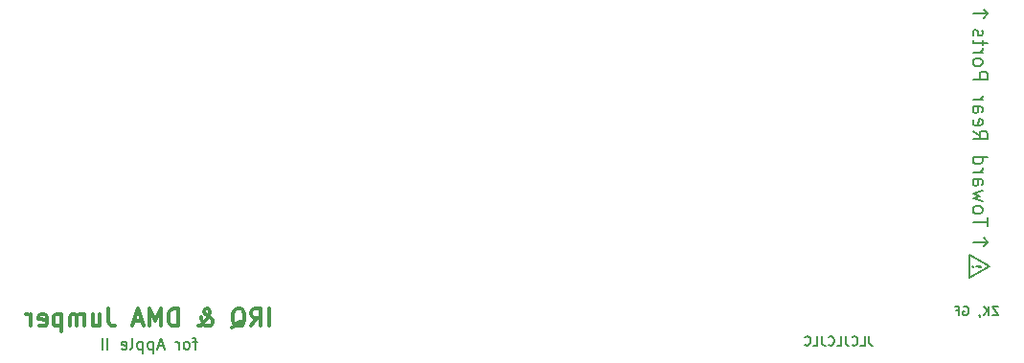
<source format=gbo>
G04 #@! TF.GenerationSoftware,KiCad,Pcbnew,(5.1.2-1)-1*
G04 #@! TF.CreationDate,2019-07-21T10:06:24-04:00*
G04 #@! TF.ProjectId,BUSJUMP,4255534a-554d-4502-9e6b-696361645f70,rev?*
G04 #@! TF.SameCoordinates,Original*
G04 #@! TF.FileFunction,Legend,Bot*
G04 #@! TF.FilePolarity,Positive*
%FSLAX46Y46*%
G04 Gerber Fmt 4.6, Leading zero omitted, Abs format (unit mm)*
G04 Created by KiCad (PCBNEW (5.1.2-1)-1) date 2019-07-21 10:06:24*
%MOMM*%
%LPD*%
G04 APERTURE LIST*
%ADD10C,0.200000*%
%ADD11C,0.190500*%
%ADD12C,0.203200*%
%ADD13C,0.300000*%
%ADD14C,0.100000*%
%ADD15C,1.676400*%
%ADD16C,2.152400*%
%ADD17O,1.202400X1.202400*%
G04 APERTURE END LIST*
D10*
X115697000Y-121393668D02*
X115697000Y-123425668D01*
X117475000Y-122409668D02*
X115697000Y-123425668D01*
X115697000Y-121393668D02*
X117475000Y-122409668D01*
X117348000Y-100076000D02*
X116078000Y-100076000D01*
X117348000Y-100076000D02*
X116967000Y-99695000D01*
X117348000Y-100076000D02*
X116967000Y-100457000D01*
X117348000Y-120269000D02*
X116967000Y-120650000D01*
X117348000Y-120269000D02*
X116078000Y-120269000D01*
X117348000Y-120269000D02*
X116967000Y-119888000D01*
D11*
X116059857Y-122428000D02*
X116023571Y-122391714D01*
X115987285Y-122428000D01*
X116023571Y-122464285D01*
X116059857Y-122428000D01*
X115987285Y-122428000D01*
X116277571Y-122428000D02*
X116713000Y-122464285D01*
X116749285Y-122428000D01*
X116713000Y-122391714D01*
X116277571Y-122428000D01*
X116749285Y-122428000D01*
D10*
X117281476Y-118847809D02*
X117281476Y-118122095D01*
X116011476Y-118484952D02*
X117281476Y-118484952D01*
X116011476Y-117517333D02*
X116071952Y-117638285D01*
X116132428Y-117698761D01*
X116253380Y-117759238D01*
X116616238Y-117759238D01*
X116737190Y-117698761D01*
X116797666Y-117638285D01*
X116858142Y-117517333D01*
X116858142Y-117335904D01*
X116797666Y-117214952D01*
X116737190Y-117154476D01*
X116616238Y-117094000D01*
X116253380Y-117094000D01*
X116132428Y-117154476D01*
X116071952Y-117214952D01*
X116011476Y-117335904D01*
X116011476Y-117517333D01*
X116858142Y-116670666D02*
X116011476Y-116428761D01*
X116616238Y-116186857D01*
X116011476Y-115944952D01*
X116858142Y-115703047D01*
X116011476Y-114674952D02*
X116676714Y-114674952D01*
X116797666Y-114735428D01*
X116858142Y-114856380D01*
X116858142Y-115098285D01*
X116797666Y-115219238D01*
X116071952Y-114674952D02*
X116011476Y-114795904D01*
X116011476Y-115098285D01*
X116071952Y-115219238D01*
X116192904Y-115279714D01*
X116313857Y-115279714D01*
X116434809Y-115219238D01*
X116495285Y-115098285D01*
X116495285Y-114795904D01*
X116555761Y-114674952D01*
X116011476Y-114070190D02*
X116858142Y-114070190D01*
X116616238Y-114070190D02*
X116737190Y-114009714D01*
X116797666Y-113949238D01*
X116858142Y-113828285D01*
X116858142Y-113707333D01*
X116011476Y-112739714D02*
X117281476Y-112739714D01*
X116071952Y-112739714D02*
X116011476Y-112860666D01*
X116011476Y-113102571D01*
X116071952Y-113223523D01*
X116132428Y-113284000D01*
X116253380Y-113344476D01*
X116616238Y-113344476D01*
X116737190Y-113284000D01*
X116797666Y-113223523D01*
X116858142Y-113102571D01*
X116858142Y-112860666D01*
X116797666Y-112739714D01*
X116011476Y-110441619D02*
X116616238Y-110864952D01*
X116011476Y-111167333D02*
X117281476Y-111167333D01*
X117281476Y-110683523D01*
X117221000Y-110562571D01*
X117160523Y-110502095D01*
X117039571Y-110441619D01*
X116858142Y-110441619D01*
X116737190Y-110502095D01*
X116676714Y-110562571D01*
X116616238Y-110683523D01*
X116616238Y-111167333D01*
X116071952Y-109413523D02*
X116011476Y-109534476D01*
X116011476Y-109776380D01*
X116071952Y-109897333D01*
X116192904Y-109957809D01*
X116676714Y-109957809D01*
X116797666Y-109897333D01*
X116858142Y-109776380D01*
X116858142Y-109534476D01*
X116797666Y-109413523D01*
X116676714Y-109353047D01*
X116555761Y-109353047D01*
X116434809Y-109957809D01*
X116011476Y-108264476D02*
X116676714Y-108264476D01*
X116797666Y-108324952D01*
X116858142Y-108445904D01*
X116858142Y-108687809D01*
X116797666Y-108808761D01*
X116071952Y-108264476D02*
X116011476Y-108385428D01*
X116011476Y-108687809D01*
X116071952Y-108808761D01*
X116192904Y-108869238D01*
X116313857Y-108869238D01*
X116434809Y-108808761D01*
X116495285Y-108687809D01*
X116495285Y-108385428D01*
X116555761Y-108264476D01*
X116011476Y-107659714D02*
X116858142Y-107659714D01*
X116616238Y-107659714D02*
X116737190Y-107599238D01*
X116797666Y-107538761D01*
X116858142Y-107417809D01*
X116858142Y-107296857D01*
X116011476Y-105905904D02*
X117281476Y-105905904D01*
X117281476Y-105422095D01*
X117221000Y-105301142D01*
X117160523Y-105240666D01*
X117039571Y-105180190D01*
X116858142Y-105180190D01*
X116737190Y-105240666D01*
X116676714Y-105301142D01*
X116616238Y-105422095D01*
X116616238Y-105905904D01*
X116011476Y-104454476D02*
X116071952Y-104575428D01*
X116132428Y-104635904D01*
X116253380Y-104696380D01*
X116616238Y-104696380D01*
X116737190Y-104635904D01*
X116797666Y-104575428D01*
X116858142Y-104454476D01*
X116858142Y-104273047D01*
X116797666Y-104152095D01*
X116737190Y-104091619D01*
X116616238Y-104031142D01*
X116253380Y-104031142D01*
X116132428Y-104091619D01*
X116071952Y-104152095D01*
X116011476Y-104273047D01*
X116011476Y-104454476D01*
X116011476Y-103486857D02*
X116858142Y-103486857D01*
X116616238Y-103486857D02*
X116737190Y-103426380D01*
X116797666Y-103365904D01*
X116858142Y-103244952D01*
X116858142Y-103124000D01*
X116858142Y-102882095D02*
X116858142Y-102398285D01*
X117281476Y-102700666D02*
X116192904Y-102700666D01*
X116071952Y-102640190D01*
X116011476Y-102519238D01*
X116011476Y-102398285D01*
X116071952Y-102035428D02*
X116011476Y-101914476D01*
X116011476Y-101672571D01*
X116071952Y-101551619D01*
X116192904Y-101491142D01*
X116253380Y-101491142D01*
X116374333Y-101551619D01*
X116434809Y-101672571D01*
X116434809Y-101854000D01*
X116495285Y-101974952D01*
X116616238Y-102035428D01*
X116676714Y-102035428D01*
X116797666Y-101974952D01*
X116858142Y-101854000D01*
X116858142Y-101672571D01*
X116797666Y-101551619D01*
D12*
X106849333Y-128586895D02*
X106849333Y-129167466D01*
X106888038Y-129283580D01*
X106965447Y-129360990D01*
X107081561Y-129399695D01*
X107158971Y-129399695D01*
X106075238Y-129399695D02*
X106462285Y-129399695D01*
X106462285Y-128586895D01*
X105339847Y-129322285D02*
X105378552Y-129360990D01*
X105494666Y-129399695D01*
X105572076Y-129399695D01*
X105688190Y-129360990D01*
X105765600Y-129283580D01*
X105804304Y-129206171D01*
X105843009Y-129051352D01*
X105843009Y-128935238D01*
X105804304Y-128780419D01*
X105765600Y-128703009D01*
X105688190Y-128625600D01*
X105572076Y-128586895D01*
X105494666Y-128586895D01*
X105378552Y-128625600D01*
X105339847Y-128664304D01*
X104759276Y-128586895D02*
X104759276Y-129167466D01*
X104797980Y-129283580D01*
X104875390Y-129360990D01*
X104991504Y-129399695D01*
X105068914Y-129399695D01*
X103985180Y-129399695D02*
X104372228Y-129399695D01*
X104372228Y-128586895D01*
X103249790Y-129322285D02*
X103288495Y-129360990D01*
X103404609Y-129399695D01*
X103482019Y-129399695D01*
X103598133Y-129360990D01*
X103675542Y-129283580D01*
X103714247Y-129206171D01*
X103752952Y-129051352D01*
X103752952Y-128935238D01*
X103714247Y-128780419D01*
X103675542Y-128703009D01*
X103598133Y-128625600D01*
X103482019Y-128586895D01*
X103404609Y-128586895D01*
X103288495Y-128625600D01*
X103249790Y-128664304D01*
X102669219Y-128586895D02*
X102669219Y-129167466D01*
X102707923Y-129283580D01*
X102785333Y-129360990D01*
X102901447Y-129399695D01*
X102978857Y-129399695D01*
X101895123Y-129399695D02*
X102282171Y-129399695D01*
X102282171Y-128586895D01*
X101159733Y-129322285D02*
X101198438Y-129360990D01*
X101314552Y-129399695D01*
X101391961Y-129399695D01*
X101508076Y-129360990D01*
X101585485Y-129283580D01*
X101624190Y-129206171D01*
X101662895Y-129051352D01*
X101662895Y-128935238D01*
X101624190Y-128780419D01*
X101585485Y-128703009D01*
X101508076Y-128625600D01*
X101391961Y-128586895D01*
X101314552Y-128586895D01*
X101198438Y-128625600D01*
X101159733Y-128664304D01*
X118267238Y-125919895D02*
X117725371Y-125919895D01*
X118267238Y-126732695D01*
X117725371Y-126732695D01*
X117415733Y-126732695D02*
X117415733Y-125919895D01*
X116951276Y-126732695D02*
X117299619Y-126268238D01*
X116951276Y-125919895D02*
X117415733Y-126384352D01*
X116564228Y-126693990D02*
X116564228Y-126732695D01*
X116602933Y-126810104D01*
X116641638Y-126848809D01*
X115170857Y-125958600D02*
X115248266Y-125919895D01*
X115364380Y-125919895D01*
X115480495Y-125958600D01*
X115557904Y-126036009D01*
X115596609Y-126113419D01*
X115635314Y-126268238D01*
X115635314Y-126384352D01*
X115596609Y-126539171D01*
X115557904Y-126616580D01*
X115480495Y-126693990D01*
X115364380Y-126732695D01*
X115286971Y-126732695D01*
X115170857Y-126693990D01*
X115132152Y-126655285D01*
X115132152Y-126384352D01*
X115286971Y-126384352D01*
X114512876Y-126306942D02*
X114783809Y-126306942D01*
X114783809Y-126732695D02*
X114783809Y-125919895D01*
X114396761Y-125919895D01*
D10*
X47461714Y-129068285D02*
X47074666Y-129068285D01*
X47316571Y-129745619D02*
X47316571Y-128874761D01*
X47268190Y-128778000D01*
X47171428Y-128729619D01*
X47074666Y-128729619D01*
X46590857Y-129745619D02*
X46687619Y-129697238D01*
X46736000Y-129648857D01*
X46784380Y-129552095D01*
X46784380Y-129261809D01*
X46736000Y-129165047D01*
X46687619Y-129116666D01*
X46590857Y-129068285D01*
X46445714Y-129068285D01*
X46348952Y-129116666D01*
X46300571Y-129165047D01*
X46252190Y-129261809D01*
X46252190Y-129552095D01*
X46300571Y-129648857D01*
X46348952Y-129697238D01*
X46445714Y-129745619D01*
X46590857Y-129745619D01*
X45816761Y-129745619D02*
X45816761Y-129068285D01*
X45816761Y-129261809D02*
X45768380Y-129165047D01*
X45720000Y-129116666D01*
X45623238Y-129068285D01*
X45526476Y-129068285D01*
X44462095Y-129455333D02*
X43978285Y-129455333D01*
X44558857Y-129745619D02*
X44220190Y-128729619D01*
X43881523Y-129745619D01*
X43542857Y-129068285D02*
X43542857Y-130084285D01*
X43542857Y-129116666D02*
X43446095Y-129068285D01*
X43252571Y-129068285D01*
X43155809Y-129116666D01*
X43107428Y-129165047D01*
X43059047Y-129261809D01*
X43059047Y-129552095D01*
X43107428Y-129648857D01*
X43155809Y-129697238D01*
X43252571Y-129745619D01*
X43446095Y-129745619D01*
X43542857Y-129697238D01*
X42623619Y-129068285D02*
X42623619Y-130084285D01*
X42623619Y-129116666D02*
X42526857Y-129068285D01*
X42333333Y-129068285D01*
X42236571Y-129116666D01*
X42188190Y-129165047D01*
X42139809Y-129261809D01*
X42139809Y-129552095D01*
X42188190Y-129648857D01*
X42236571Y-129697238D01*
X42333333Y-129745619D01*
X42526857Y-129745619D01*
X42623619Y-129697238D01*
X41559238Y-129745619D02*
X41656000Y-129697238D01*
X41704380Y-129600476D01*
X41704380Y-128729619D01*
X40785142Y-129697238D02*
X40881904Y-129745619D01*
X41075428Y-129745619D01*
X41172190Y-129697238D01*
X41220571Y-129600476D01*
X41220571Y-129213428D01*
X41172190Y-129116666D01*
X41075428Y-129068285D01*
X40881904Y-129068285D01*
X40785142Y-129116666D01*
X40736761Y-129213428D01*
X40736761Y-129310190D01*
X41220571Y-129406952D01*
X39527238Y-129745619D02*
X39527238Y-128729619D01*
X39043428Y-129745619D02*
X39043428Y-128729619D01*
D13*
X53811714Y-127689428D02*
X53811714Y-126165428D01*
X52215142Y-127689428D02*
X52723142Y-126963714D01*
X53086000Y-127689428D02*
X53086000Y-126165428D01*
X52505428Y-126165428D01*
X52360285Y-126238000D01*
X52287714Y-126310571D01*
X52215142Y-126455714D01*
X52215142Y-126673428D01*
X52287714Y-126818571D01*
X52360285Y-126891142D01*
X52505428Y-126963714D01*
X53086000Y-126963714D01*
X50546000Y-127834571D02*
X50691142Y-127762000D01*
X50836285Y-127616857D01*
X51054000Y-127399142D01*
X51199142Y-127326571D01*
X51344285Y-127326571D01*
X51271714Y-127689428D02*
X51416857Y-127616857D01*
X51562000Y-127471714D01*
X51634571Y-127181428D01*
X51634571Y-126673428D01*
X51562000Y-126383142D01*
X51416857Y-126238000D01*
X51271714Y-126165428D01*
X50981428Y-126165428D01*
X50836285Y-126238000D01*
X50691142Y-126383142D01*
X50618571Y-126673428D01*
X50618571Y-127181428D01*
X50691142Y-127471714D01*
X50836285Y-127616857D01*
X50981428Y-127689428D01*
X51271714Y-127689428D01*
X47570571Y-127689428D02*
X47643142Y-127689428D01*
X47788285Y-127616857D01*
X48006000Y-127399142D01*
X48368857Y-126963714D01*
X48514000Y-126746000D01*
X48586571Y-126528285D01*
X48586571Y-126383142D01*
X48514000Y-126238000D01*
X48368857Y-126165428D01*
X48296285Y-126165428D01*
X48151142Y-126238000D01*
X48078571Y-126383142D01*
X48078571Y-126455714D01*
X48151142Y-126600857D01*
X48223714Y-126673428D01*
X48659142Y-126963714D01*
X48731714Y-127036285D01*
X48804285Y-127181428D01*
X48804285Y-127399142D01*
X48731714Y-127544285D01*
X48659142Y-127616857D01*
X48514000Y-127689428D01*
X48296285Y-127689428D01*
X48151142Y-127616857D01*
X48078571Y-127544285D01*
X47860857Y-127254000D01*
X47788285Y-127036285D01*
X47788285Y-126891142D01*
X45756285Y-127689428D02*
X45756285Y-126165428D01*
X45393428Y-126165428D01*
X45175714Y-126238000D01*
X45030571Y-126383142D01*
X44958000Y-126528285D01*
X44885428Y-126818571D01*
X44885428Y-127036285D01*
X44958000Y-127326571D01*
X45030571Y-127471714D01*
X45175714Y-127616857D01*
X45393428Y-127689428D01*
X45756285Y-127689428D01*
X44232285Y-127689428D02*
X44232285Y-126165428D01*
X43724285Y-127254000D01*
X43216285Y-126165428D01*
X43216285Y-127689428D01*
X42563142Y-127254000D02*
X41837428Y-127254000D01*
X42708285Y-127689428D02*
X42200285Y-126165428D01*
X41692285Y-127689428D01*
X39587714Y-126165428D02*
X39587714Y-127254000D01*
X39660285Y-127471714D01*
X39805428Y-127616857D01*
X40023142Y-127689428D01*
X40168285Y-127689428D01*
X38208857Y-126673428D02*
X38208857Y-127689428D01*
X38862000Y-126673428D02*
X38862000Y-127471714D01*
X38789428Y-127616857D01*
X38644285Y-127689428D01*
X38426571Y-127689428D01*
X38281428Y-127616857D01*
X38208857Y-127544285D01*
X37483142Y-127689428D02*
X37483142Y-126673428D01*
X37483142Y-126818571D02*
X37410571Y-126746000D01*
X37265428Y-126673428D01*
X37047714Y-126673428D01*
X36902571Y-126746000D01*
X36830000Y-126891142D01*
X36830000Y-127689428D01*
X36830000Y-126891142D02*
X36757428Y-126746000D01*
X36612285Y-126673428D01*
X36394571Y-126673428D01*
X36249428Y-126746000D01*
X36176857Y-126891142D01*
X36176857Y-127689428D01*
X35451142Y-126673428D02*
X35451142Y-128197428D01*
X35451142Y-126746000D02*
X35306000Y-126673428D01*
X35015714Y-126673428D01*
X34870571Y-126746000D01*
X34798000Y-126818571D01*
X34725428Y-126963714D01*
X34725428Y-127399142D01*
X34798000Y-127544285D01*
X34870571Y-127616857D01*
X35015714Y-127689428D01*
X35306000Y-127689428D01*
X35451142Y-127616857D01*
X33491714Y-127616857D02*
X33636857Y-127689428D01*
X33927142Y-127689428D01*
X34072285Y-127616857D01*
X34144857Y-127471714D01*
X34144857Y-126891142D01*
X34072285Y-126746000D01*
X33927142Y-126673428D01*
X33636857Y-126673428D01*
X33491714Y-126746000D01*
X33419142Y-126891142D01*
X33419142Y-127036285D01*
X34144857Y-127181428D01*
X32765999Y-127689428D02*
X32765999Y-126673428D01*
X32765999Y-126963714D02*
X32693428Y-126818571D01*
X32620857Y-126746000D01*
X32475714Y-126673428D01*
X32330571Y-126673428D01*
%LPC*%
D14*
G36*
X114300000Y-139446000D02*
G01*
X113792000Y-139954000D01*
X48768000Y-139954000D01*
X48260000Y-139446000D01*
X48260000Y-132080000D01*
X114300000Y-132080000D01*
X114300000Y-139446000D01*
G37*
G36*
X112220179Y-131537818D02*
G01*
X112260862Y-131543853D01*
X112300758Y-131553846D01*
X112339483Y-131567702D01*
X112376662Y-131585287D01*
X112411939Y-131606431D01*
X112444974Y-131630931D01*
X112475448Y-131658552D01*
X112503069Y-131689026D01*
X112527569Y-131722061D01*
X112548713Y-131757338D01*
X112566298Y-131794517D01*
X112580154Y-131833242D01*
X112590147Y-131873138D01*
X112596182Y-131913821D01*
X112598200Y-131954900D01*
X112598200Y-138809100D01*
X112596182Y-138850179D01*
X112590147Y-138890862D01*
X112580154Y-138930758D01*
X112566298Y-138969483D01*
X112548713Y-139006662D01*
X112527569Y-139041939D01*
X112503069Y-139074974D01*
X112475448Y-139105448D01*
X112444974Y-139133069D01*
X112411939Y-139157569D01*
X112376662Y-139178713D01*
X112339483Y-139196298D01*
X112300758Y-139210154D01*
X112260862Y-139220147D01*
X112220179Y-139226182D01*
X112179100Y-139228200D01*
X111340900Y-139228200D01*
X111299821Y-139226182D01*
X111259138Y-139220147D01*
X111219242Y-139210154D01*
X111180517Y-139196298D01*
X111143338Y-139178713D01*
X111108061Y-139157569D01*
X111075026Y-139133069D01*
X111044552Y-139105448D01*
X111016931Y-139074974D01*
X110992431Y-139041939D01*
X110971287Y-139006662D01*
X110953702Y-138969483D01*
X110939846Y-138930758D01*
X110929853Y-138890862D01*
X110923818Y-138850179D01*
X110921800Y-138809100D01*
X110921800Y-131954900D01*
X110923818Y-131913821D01*
X110929853Y-131873138D01*
X110939846Y-131833242D01*
X110953702Y-131794517D01*
X110971287Y-131757338D01*
X110992431Y-131722061D01*
X111016931Y-131689026D01*
X111044552Y-131658552D01*
X111075026Y-131630931D01*
X111108061Y-131606431D01*
X111143338Y-131585287D01*
X111180517Y-131567702D01*
X111219242Y-131553846D01*
X111259138Y-131543853D01*
X111299821Y-131537818D01*
X111340900Y-131535800D01*
X112179100Y-131535800D01*
X112220179Y-131537818D01*
X112220179Y-131537818D01*
G37*
D15*
X111760000Y-135382000D03*
D14*
G36*
X109680179Y-131537818D02*
G01*
X109720862Y-131543853D01*
X109760758Y-131553846D01*
X109799483Y-131567702D01*
X109836662Y-131585287D01*
X109871939Y-131606431D01*
X109904974Y-131630931D01*
X109935448Y-131658552D01*
X109963069Y-131689026D01*
X109987569Y-131722061D01*
X110008713Y-131757338D01*
X110026298Y-131794517D01*
X110040154Y-131833242D01*
X110050147Y-131873138D01*
X110056182Y-131913821D01*
X110058200Y-131954900D01*
X110058200Y-138809100D01*
X110056182Y-138850179D01*
X110050147Y-138890862D01*
X110040154Y-138930758D01*
X110026298Y-138969483D01*
X110008713Y-139006662D01*
X109987569Y-139041939D01*
X109963069Y-139074974D01*
X109935448Y-139105448D01*
X109904974Y-139133069D01*
X109871939Y-139157569D01*
X109836662Y-139178713D01*
X109799483Y-139196298D01*
X109760758Y-139210154D01*
X109720862Y-139220147D01*
X109680179Y-139226182D01*
X109639100Y-139228200D01*
X108800900Y-139228200D01*
X108759821Y-139226182D01*
X108719138Y-139220147D01*
X108679242Y-139210154D01*
X108640517Y-139196298D01*
X108603338Y-139178713D01*
X108568061Y-139157569D01*
X108535026Y-139133069D01*
X108504552Y-139105448D01*
X108476931Y-139074974D01*
X108452431Y-139041939D01*
X108431287Y-139006662D01*
X108413702Y-138969483D01*
X108399846Y-138930758D01*
X108389853Y-138890862D01*
X108383818Y-138850179D01*
X108381800Y-138809100D01*
X108381800Y-131954900D01*
X108383818Y-131913821D01*
X108389853Y-131873138D01*
X108399846Y-131833242D01*
X108413702Y-131794517D01*
X108431287Y-131757338D01*
X108452431Y-131722061D01*
X108476931Y-131689026D01*
X108504552Y-131658552D01*
X108535026Y-131630931D01*
X108568061Y-131606431D01*
X108603338Y-131585287D01*
X108640517Y-131567702D01*
X108679242Y-131553846D01*
X108719138Y-131543853D01*
X108759821Y-131537818D01*
X108800900Y-131535800D01*
X109639100Y-131535800D01*
X109680179Y-131537818D01*
X109680179Y-131537818D01*
G37*
D15*
X109220000Y-135382000D03*
D14*
G36*
X107140179Y-131537818D02*
G01*
X107180862Y-131543853D01*
X107220758Y-131553846D01*
X107259483Y-131567702D01*
X107296662Y-131585287D01*
X107331939Y-131606431D01*
X107364974Y-131630931D01*
X107395448Y-131658552D01*
X107423069Y-131689026D01*
X107447569Y-131722061D01*
X107468713Y-131757338D01*
X107486298Y-131794517D01*
X107500154Y-131833242D01*
X107510147Y-131873138D01*
X107516182Y-131913821D01*
X107518200Y-131954900D01*
X107518200Y-138809100D01*
X107516182Y-138850179D01*
X107510147Y-138890862D01*
X107500154Y-138930758D01*
X107486298Y-138969483D01*
X107468713Y-139006662D01*
X107447569Y-139041939D01*
X107423069Y-139074974D01*
X107395448Y-139105448D01*
X107364974Y-139133069D01*
X107331939Y-139157569D01*
X107296662Y-139178713D01*
X107259483Y-139196298D01*
X107220758Y-139210154D01*
X107180862Y-139220147D01*
X107140179Y-139226182D01*
X107099100Y-139228200D01*
X106260900Y-139228200D01*
X106219821Y-139226182D01*
X106179138Y-139220147D01*
X106139242Y-139210154D01*
X106100517Y-139196298D01*
X106063338Y-139178713D01*
X106028061Y-139157569D01*
X105995026Y-139133069D01*
X105964552Y-139105448D01*
X105936931Y-139074974D01*
X105912431Y-139041939D01*
X105891287Y-139006662D01*
X105873702Y-138969483D01*
X105859846Y-138930758D01*
X105849853Y-138890862D01*
X105843818Y-138850179D01*
X105841800Y-138809100D01*
X105841800Y-131954900D01*
X105843818Y-131913821D01*
X105849853Y-131873138D01*
X105859846Y-131833242D01*
X105873702Y-131794517D01*
X105891287Y-131757338D01*
X105912431Y-131722061D01*
X105936931Y-131689026D01*
X105964552Y-131658552D01*
X105995026Y-131630931D01*
X106028061Y-131606431D01*
X106063338Y-131585287D01*
X106100517Y-131567702D01*
X106139242Y-131553846D01*
X106179138Y-131543853D01*
X106219821Y-131537818D01*
X106260900Y-131535800D01*
X107099100Y-131535800D01*
X107140179Y-131537818D01*
X107140179Y-131537818D01*
G37*
D15*
X106680000Y-135382000D03*
D14*
G36*
X51260179Y-131537818D02*
G01*
X51300862Y-131543853D01*
X51340758Y-131553846D01*
X51379483Y-131567702D01*
X51416662Y-131585287D01*
X51451939Y-131606431D01*
X51484974Y-131630931D01*
X51515448Y-131658552D01*
X51543069Y-131689026D01*
X51567569Y-131722061D01*
X51588713Y-131757338D01*
X51606298Y-131794517D01*
X51620154Y-131833242D01*
X51630147Y-131873138D01*
X51636182Y-131913821D01*
X51638200Y-131954900D01*
X51638200Y-138809100D01*
X51636182Y-138850179D01*
X51630147Y-138890862D01*
X51620154Y-138930758D01*
X51606298Y-138969483D01*
X51588713Y-139006662D01*
X51567569Y-139041939D01*
X51543069Y-139074974D01*
X51515448Y-139105448D01*
X51484974Y-139133069D01*
X51451939Y-139157569D01*
X51416662Y-139178713D01*
X51379483Y-139196298D01*
X51340758Y-139210154D01*
X51300862Y-139220147D01*
X51260179Y-139226182D01*
X51219100Y-139228200D01*
X50380900Y-139228200D01*
X50339821Y-139226182D01*
X50299138Y-139220147D01*
X50259242Y-139210154D01*
X50220517Y-139196298D01*
X50183338Y-139178713D01*
X50148061Y-139157569D01*
X50115026Y-139133069D01*
X50084552Y-139105448D01*
X50056931Y-139074974D01*
X50032431Y-139041939D01*
X50011287Y-139006662D01*
X49993702Y-138969483D01*
X49979846Y-138930758D01*
X49969853Y-138890862D01*
X49963818Y-138850179D01*
X49961800Y-138809100D01*
X49961800Y-131954900D01*
X49963818Y-131913821D01*
X49969853Y-131873138D01*
X49979846Y-131833242D01*
X49993702Y-131794517D01*
X50011287Y-131757338D01*
X50032431Y-131722061D01*
X50056931Y-131689026D01*
X50084552Y-131658552D01*
X50115026Y-131630931D01*
X50148061Y-131606431D01*
X50183338Y-131585287D01*
X50220517Y-131567702D01*
X50259242Y-131553846D01*
X50299138Y-131543853D01*
X50339821Y-131537818D01*
X50380900Y-131535800D01*
X51219100Y-131535800D01*
X51260179Y-131537818D01*
X51260179Y-131537818D01*
G37*
D15*
X50800000Y-135382000D03*
D14*
G36*
X53800179Y-131537818D02*
G01*
X53840862Y-131543853D01*
X53880758Y-131553846D01*
X53919483Y-131567702D01*
X53956662Y-131585287D01*
X53991939Y-131606431D01*
X54024974Y-131630931D01*
X54055448Y-131658552D01*
X54083069Y-131689026D01*
X54107569Y-131722061D01*
X54128713Y-131757338D01*
X54146298Y-131794517D01*
X54160154Y-131833242D01*
X54170147Y-131873138D01*
X54176182Y-131913821D01*
X54178200Y-131954900D01*
X54178200Y-138809100D01*
X54176182Y-138850179D01*
X54170147Y-138890862D01*
X54160154Y-138930758D01*
X54146298Y-138969483D01*
X54128713Y-139006662D01*
X54107569Y-139041939D01*
X54083069Y-139074974D01*
X54055448Y-139105448D01*
X54024974Y-139133069D01*
X53991939Y-139157569D01*
X53956662Y-139178713D01*
X53919483Y-139196298D01*
X53880758Y-139210154D01*
X53840862Y-139220147D01*
X53800179Y-139226182D01*
X53759100Y-139228200D01*
X52920900Y-139228200D01*
X52879821Y-139226182D01*
X52839138Y-139220147D01*
X52799242Y-139210154D01*
X52760517Y-139196298D01*
X52723338Y-139178713D01*
X52688061Y-139157569D01*
X52655026Y-139133069D01*
X52624552Y-139105448D01*
X52596931Y-139074974D01*
X52572431Y-139041939D01*
X52551287Y-139006662D01*
X52533702Y-138969483D01*
X52519846Y-138930758D01*
X52509853Y-138890862D01*
X52503818Y-138850179D01*
X52501800Y-138809100D01*
X52501800Y-131954900D01*
X52503818Y-131913821D01*
X52509853Y-131873138D01*
X52519846Y-131833242D01*
X52533702Y-131794517D01*
X52551287Y-131757338D01*
X52572431Y-131722061D01*
X52596931Y-131689026D01*
X52624552Y-131658552D01*
X52655026Y-131630931D01*
X52688061Y-131606431D01*
X52723338Y-131585287D01*
X52760517Y-131567702D01*
X52799242Y-131553846D01*
X52839138Y-131543853D01*
X52879821Y-131537818D01*
X52920900Y-131535800D01*
X53759100Y-131535800D01*
X53800179Y-131537818D01*
X53800179Y-131537818D01*
G37*
D15*
X53340000Y-135382000D03*
D14*
G36*
X56340179Y-131537818D02*
G01*
X56380862Y-131543853D01*
X56420758Y-131553846D01*
X56459483Y-131567702D01*
X56496662Y-131585287D01*
X56531939Y-131606431D01*
X56564974Y-131630931D01*
X56595448Y-131658552D01*
X56623069Y-131689026D01*
X56647569Y-131722061D01*
X56668713Y-131757338D01*
X56686298Y-131794517D01*
X56700154Y-131833242D01*
X56710147Y-131873138D01*
X56716182Y-131913821D01*
X56718200Y-131954900D01*
X56718200Y-138809100D01*
X56716182Y-138850179D01*
X56710147Y-138890862D01*
X56700154Y-138930758D01*
X56686298Y-138969483D01*
X56668713Y-139006662D01*
X56647569Y-139041939D01*
X56623069Y-139074974D01*
X56595448Y-139105448D01*
X56564974Y-139133069D01*
X56531939Y-139157569D01*
X56496662Y-139178713D01*
X56459483Y-139196298D01*
X56420758Y-139210154D01*
X56380862Y-139220147D01*
X56340179Y-139226182D01*
X56299100Y-139228200D01*
X55460900Y-139228200D01*
X55419821Y-139226182D01*
X55379138Y-139220147D01*
X55339242Y-139210154D01*
X55300517Y-139196298D01*
X55263338Y-139178713D01*
X55228061Y-139157569D01*
X55195026Y-139133069D01*
X55164552Y-139105448D01*
X55136931Y-139074974D01*
X55112431Y-139041939D01*
X55091287Y-139006662D01*
X55073702Y-138969483D01*
X55059846Y-138930758D01*
X55049853Y-138890862D01*
X55043818Y-138850179D01*
X55041800Y-138809100D01*
X55041800Y-131954900D01*
X55043818Y-131913821D01*
X55049853Y-131873138D01*
X55059846Y-131833242D01*
X55073702Y-131794517D01*
X55091287Y-131757338D01*
X55112431Y-131722061D01*
X55136931Y-131689026D01*
X55164552Y-131658552D01*
X55195026Y-131630931D01*
X55228061Y-131606431D01*
X55263338Y-131585287D01*
X55300517Y-131567702D01*
X55339242Y-131553846D01*
X55379138Y-131543853D01*
X55419821Y-131537818D01*
X55460900Y-131535800D01*
X56299100Y-131535800D01*
X56340179Y-131537818D01*
X56340179Y-131537818D01*
G37*
D15*
X55880000Y-135382000D03*
D14*
G36*
X58880179Y-131537818D02*
G01*
X58920862Y-131543853D01*
X58960758Y-131553846D01*
X58999483Y-131567702D01*
X59036662Y-131585287D01*
X59071939Y-131606431D01*
X59104974Y-131630931D01*
X59135448Y-131658552D01*
X59163069Y-131689026D01*
X59187569Y-131722061D01*
X59208713Y-131757338D01*
X59226298Y-131794517D01*
X59240154Y-131833242D01*
X59250147Y-131873138D01*
X59256182Y-131913821D01*
X59258200Y-131954900D01*
X59258200Y-138809100D01*
X59256182Y-138850179D01*
X59250147Y-138890862D01*
X59240154Y-138930758D01*
X59226298Y-138969483D01*
X59208713Y-139006662D01*
X59187569Y-139041939D01*
X59163069Y-139074974D01*
X59135448Y-139105448D01*
X59104974Y-139133069D01*
X59071939Y-139157569D01*
X59036662Y-139178713D01*
X58999483Y-139196298D01*
X58960758Y-139210154D01*
X58920862Y-139220147D01*
X58880179Y-139226182D01*
X58839100Y-139228200D01*
X58000900Y-139228200D01*
X57959821Y-139226182D01*
X57919138Y-139220147D01*
X57879242Y-139210154D01*
X57840517Y-139196298D01*
X57803338Y-139178713D01*
X57768061Y-139157569D01*
X57735026Y-139133069D01*
X57704552Y-139105448D01*
X57676931Y-139074974D01*
X57652431Y-139041939D01*
X57631287Y-139006662D01*
X57613702Y-138969483D01*
X57599846Y-138930758D01*
X57589853Y-138890862D01*
X57583818Y-138850179D01*
X57581800Y-138809100D01*
X57581800Y-131954900D01*
X57583818Y-131913821D01*
X57589853Y-131873138D01*
X57599846Y-131833242D01*
X57613702Y-131794517D01*
X57631287Y-131757338D01*
X57652431Y-131722061D01*
X57676931Y-131689026D01*
X57704552Y-131658552D01*
X57735026Y-131630931D01*
X57768061Y-131606431D01*
X57803338Y-131585287D01*
X57840517Y-131567702D01*
X57879242Y-131553846D01*
X57919138Y-131543853D01*
X57959821Y-131537818D01*
X58000900Y-131535800D01*
X58839100Y-131535800D01*
X58880179Y-131537818D01*
X58880179Y-131537818D01*
G37*
D15*
X58420000Y-135382000D03*
D14*
G36*
X61420179Y-131537818D02*
G01*
X61460862Y-131543853D01*
X61500758Y-131553846D01*
X61539483Y-131567702D01*
X61576662Y-131585287D01*
X61611939Y-131606431D01*
X61644974Y-131630931D01*
X61675448Y-131658552D01*
X61703069Y-131689026D01*
X61727569Y-131722061D01*
X61748713Y-131757338D01*
X61766298Y-131794517D01*
X61780154Y-131833242D01*
X61790147Y-131873138D01*
X61796182Y-131913821D01*
X61798200Y-131954900D01*
X61798200Y-138809100D01*
X61796182Y-138850179D01*
X61790147Y-138890862D01*
X61780154Y-138930758D01*
X61766298Y-138969483D01*
X61748713Y-139006662D01*
X61727569Y-139041939D01*
X61703069Y-139074974D01*
X61675448Y-139105448D01*
X61644974Y-139133069D01*
X61611939Y-139157569D01*
X61576662Y-139178713D01*
X61539483Y-139196298D01*
X61500758Y-139210154D01*
X61460862Y-139220147D01*
X61420179Y-139226182D01*
X61379100Y-139228200D01*
X60540900Y-139228200D01*
X60499821Y-139226182D01*
X60459138Y-139220147D01*
X60419242Y-139210154D01*
X60380517Y-139196298D01*
X60343338Y-139178713D01*
X60308061Y-139157569D01*
X60275026Y-139133069D01*
X60244552Y-139105448D01*
X60216931Y-139074974D01*
X60192431Y-139041939D01*
X60171287Y-139006662D01*
X60153702Y-138969483D01*
X60139846Y-138930758D01*
X60129853Y-138890862D01*
X60123818Y-138850179D01*
X60121800Y-138809100D01*
X60121800Y-131954900D01*
X60123818Y-131913821D01*
X60129853Y-131873138D01*
X60139846Y-131833242D01*
X60153702Y-131794517D01*
X60171287Y-131757338D01*
X60192431Y-131722061D01*
X60216931Y-131689026D01*
X60244552Y-131658552D01*
X60275026Y-131630931D01*
X60308061Y-131606431D01*
X60343338Y-131585287D01*
X60380517Y-131567702D01*
X60419242Y-131553846D01*
X60459138Y-131543853D01*
X60499821Y-131537818D01*
X60540900Y-131535800D01*
X61379100Y-131535800D01*
X61420179Y-131537818D01*
X61420179Y-131537818D01*
G37*
D15*
X60960000Y-135382000D03*
D14*
G36*
X63960179Y-131537818D02*
G01*
X64000862Y-131543853D01*
X64040758Y-131553846D01*
X64079483Y-131567702D01*
X64116662Y-131585287D01*
X64151939Y-131606431D01*
X64184974Y-131630931D01*
X64215448Y-131658552D01*
X64243069Y-131689026D01*
X64267569Y-131722061D01*
X64288713Y-131757338D01*
X64306298Y-131794517D01*
X64320154Y-131833242D01*
X64330147Y-131873138D01*
X64336182Y-131913821D01*
X64338200Y-131954900D01*
X64338200Y-138809100D01*
X64336182Y-138850179D01*
X64330147Y-138890862D01*
X64320154Y-138930758D01*
X64306298Y-138969483D01*
X64288713Y-139006662D01*
X64267569Y-139041939D01*
X64243069Y-139074974D01*
X64215448Y-139105448D01*
X64184974Y-139133069D01*
X64151939Y-139157569D01*
X64116662Y-139178713D01*
X64079483Y-139196298D01*
X64040758Y-139210154D01*
X64000862Y-139220147D01*
X63960179Y-139226182D01*
X63919100Y-139228200D01*
X63080900Y-139228200D01*
X63039821Y-139226182D01*
X62999138Y-139220147D01*
X62959242Y-139210154D01*
X62920517Y-139196298D01*
X62883338Y-139178713D01*
X62848061Y-139157569D01*
X62815026Y-139133069D01*
X62784552Y-139105448D01*
X62756931Y-139074974D01*
X62732431Y-139041939D01*
X62711287Y-139006662D01*
X62693702Y-138969483D01*
X62679846Y-138930758D01*
X62669853Y-138890862D01*
X62663818Y-138850179D01*
X62661800Y-138809100D01*
X62661800Y-131954900D01*
X62663818Y-131913821D01*
X62669853Y-131873138D01*
X62679846Y-131833242D01*
X62693702Y-131794517D01*
X62711287Y-131757338D01*
X62732431Y-131722061D01*
X62756931Y-131689026D01*
X62784552Y-131658552D01*
X62815026Y-131630931D01*
X62848061Y-131606431D01*
X62883338Y-131585287D01*
X62920517Y-131567702D01*
X62959242Y-131553846D01*
X62999138Y-131543853D01*
X63039821Y-131537818D01*
X63080900Y-131535800D01*
X63919100Y-131535800D01*
X63960179Y-131537818D01*
X63960179Y-131537818D01*
G37*
D15*
X63500000Y-135382000D03*
D14*
G36*
X66500179Y-131537818D02*
G01*
X66540862Y-131543853D01*
X66580758Y-131553846D01*
X66619483Y-131567702D01*
X66656662Y-131585287D01*
X66691939Y-131606431D01*
X66724974Y-131630931D01*
X66755448Y-131658552D01*
X66783069Y-131689026D01*
X66807569Y-131722061D01*
X66828713Y-131757338D01*
X66846298Y-131794517D01*
X66860154Y-131833242D01*
X66870147Y-131873138D01*
X66876182Y-131913821D01*
X66878200Y-131954900D01*
X66878200Y-138809100D01*
X66876182Y-138850179D01*
X66870147Y-138890862D01*
X66860154Y-138930758D01*
X66846298Y-138969483D01*
X66828713Y-139006662D01*
X66807569Y-139041939D01*
X66783069Y-139074974D01*
X66755448Y-139105448D01*
X66724974Y-139133069D01*
X66691939Y-139157569D01*
X66656662Y-139178713D01*
X66619483Y-139196298D01*
X66580758Y-139210154D01*
X66540862Y-139220147D01*
X66500179Y-139226182D01*
X66459100Y-139228200D01*
X65620900Y-139228200D01*
X65579821Y-139226182D01*
X65539138Y-139220147D01*
X65499242Y-139210154D01*
X65460517Y-139196298D01*
X65423338Y-139178713D01*
X65388061Y-139157569D01*
X65355026Y-139133069D01*
X65324552Y-139105448D01*
X65296931Y-139074974D01*
X65272431Y-139041939D01*
X65251287Y-139006662D01*
X65233702Y-138969483D01*
X65219846Y-138930758D01*
X65209853Y-138890862D01*
X65203818Y-138850179D01*
X65201800Y-138809100D01*
X65201800Y-131954900D01*
X65203818Y-131913821D01*
X65209853Y-131873138D01*
X65219846Y-131833242D01*
X65233702Y-131794517D01*
X65251287Y-131757338D01*
X65272431Y-131722061D01*
X65296931Y-131689026D01*
X65324552Y-131658552D01*
X65355026Y-131630931D01*
X65388061Y-131606431D01*
X65423338Y-131585287D01*
X65460517Y-131567702D01*
X65499242Y-131553846D01*
X65539138Y-131543853D01*
X65579821Y-131537818D01*
X65620900Y-131535800D01*
X66459100Y-131535800D01*
X66500179Y-131537818D01*
X66500179Y-131537818D01*
G37*
D15*
X66040000Y-135382000D03*
D14*
G36*
X69040179Y-131537818D02*
G01*
X69080862Y-131543853D01*
X69120758Y-131553846D01*
X69159483Y-131567702D01*
X69196662Y-131585287D01*
X69231939Y-131606431D01*
X69264974Y-131630931D01*
X69295448Y-131658552D01*
X69323069Y-131689026D01*
X69347569Y-131722061D01*
X69368713Y-131757338D01*
X69386298Y-131794517D01*
X69400154Y-131833242D01*
X69410147Y-131873138D01*
X69416182Y-131913821D01*
X69418200Y-131954900D01*
X69418200Y-138809100D01*
X69416182Y-138850179D01*
X69410147Y-138890862D01*
X69400154Y-138930758D01*
X69386298Y-138969483D01*
X69368713Y-139006662D01*
X69347569Y-139041939D01*
X69323069Y-139074974D01*
X69295448Y-139105448D01*
X69264974Y-139133069D01*
X69231939Y-139157569D01*
X69196662Y-139178713D01*
X69159483Y-139196298D01*
X69120758Y-139210154D01*
X69080862Y-139220147D01*
X69040179Y-139226182D01*
X68999100Y-139228200D01*
X68160900Y-139228200D01*
X68119821Y-139226182D01*
X68079138Y-139220147D01*
X68039242Y-139210154D01*
X68000517Y-139196298D01*
X67963338Y-139178713D01*
X67928061Y-139157569D01*
X67895026Y-139133069D01*
X67864552Y-139105448D01*
X67836931Y-139074974D01*
X67812431Y-139041939D01*
X67791287Y-139006662D01*
X67773702Y-138969483D01*
X67759846Y-138930758D01*
X67749853Y-138890862D01*
X67743818Y-138850179D01*
X67741800Y-138809100D01*
X67741800Y-131954900D01*
X67743818Y-131913821D01*
X67749853Y-131873138D01*
X67759846Y-131833242D01*
X67773702Y-131794517D01*
X67791287Y-131757338D01*
X67812431Y-131722061D01*
X67836931Y-131689026D01*
X67864552Y-131658552D01*
X67895026Y-131630931D01*
X67928061Y-131606431D01*
X67963338Y-131585287D01*
X68000517Y-131567702D01*
X68039242Y-131553846D01*
X68079138Y-131543853D01*
X68119821Y-131537818D01*
X68160900Y-131535800D01*
X68999100Y-131535800D01*
X69040179Y-131537818D01*
X69040179Y-131537818D01*
G37*
D15*
X68580000Y-135382000D03*
D14*
G36*
X71580179Y-131537818D02*
G01*
X71620862Y-131543853D01*
X71660758Y-131553846D01*
X71699483Y-131567702D01*
X71736662Y-131585287D01*
X71771939Y-131606431D01*
X71804974Y-131630931D01*
X71835448Y-131658552D01*
X71863069Y-131689026D01*
X71887569Y-131722061D01*
X71908713Y-131757338D01*
X71926298Y-131794517D01*
X71940154Y-131833242D01*
X71950147Y-131873138D01*
X71956182Y-131913821D01*
X71958200Y-131954900D01*
X71958200Y-138809100D01*
X71956182Y-138850179D01*
X71950147Y-138890862D01*
X71940154Y-138930758D01*
X71926298Y-138969483D01*
X71908713Y-139006662D01*
X71887569Y-139041939D01*
X71863069Y-139074974D01*
X71835448Y-139105448D01*
X71804974Y-139133069D01*
X71771939Y-139157569D01*
X71736662Y-139178713D01*
X71699483Y-139196298D01*
X71660758Y-139210154D01*
X71620862Y-139220147D01*
X71580179Y-139226182D01*
X71539100Y-139228200D01*
X70700900Y-139228200D01*
X70659821Y-139226182D01*
X70619138Y-139220147D01*
X70579242Y-139210154D01*
X70540517Y-139196298D01*
X70503338Y-139178713D01*
X70468061Y-139157569D01*
X70435026Y-139133069D01*
X70404552Y-139105448D01*
X70376931Y-139074974D01*
X70352431Y-139041939D01*
X70331287Y-139006662D01*
X70313702Y-138969483D01*
X70299846Y-138930758D01*
X70289853Y-138890862D01*
X70283818Y-138850179D01*
X70281800Y-138809100D01*
X70281800Y-131954900D01*
X70283818Y-131913821D01*
X70289853Y-131873138D01*
X70299846Y-131833242D01*
X70313702Y-131794517D01*
X70331287Y-131757338D01*
X70352431Y-131722061D01*
X70376931Y-131689026D01*
X70404552Y-131658552D01*
X70435026Y-131630931D01*
X70468061Y-131606431D01*
X70503338Y-131585287D01*
X70540517Y-131567702D01*
X70579242Y-131553846D01*
X70619138Y-131543853D01*
X70659821Y-131537818D01*
X70700900Y-131535800D01*
X71539100Y-131535800D01*
X71580179Y-131537818D01*
X71580179Y-131537818D01*
G37*
D15*
X71120000Y-135382000D03*
D14*
G36*
X74120179Y-131537818D02*
G01*
X74160862Y-131543853D01*
X74200758Y-131553846D01*
X74239483Y-131567702D01*
X74276662Y-131585287D01*
X74311939Y-131606431D01*
X74344974Y-131630931D01*
X74375448Y-131658552D01*
X74403069Y-131689026D01*
X74427569Y-131722061D01*
X74448713Y-131757338D01*
X74466298Y-131794517D01*
X74480154Y-131833242D01*
X74490147Y-131873138D01*
X74496182Y-131913821D01*
X74498200Y-131954900D01*
X74498200Y-138809100D01*
X74496182Y-138850179D01*
X74490147Y-138890862D01*
X74480154Y-138930758D01*
X74466298Y-138969483D01*
X74448713Y-139006662D01*
X74427569Y-139041939D01*
X74403069Y-139074974D01*
X74375448Y-139105448D01*
X74344974Y-139133069D01*
X74311939Y-139157569D01*
X74276662Y-139178713D01*
X74239483Y-139196298D01*
X74200758Y-139210154D01*
X74160862Y-139220147D01*
X74120179Y-139226182D01*
X74079100Y-139228200D01*
X73240900Y-139228200D01*
X73199821Y-139226182D01*
X73159138Y-139220147D01*
X73119242Y-139210154D01*
X73080517Y-139196298D01*
X73043338Y-139178713D01*
X73008061Y-139157569D01*
X72975026Y-139133069D01*
X72944552Y-139105448D01*
X72916931Y-139074974D01*
X72892431Y-139041939D01*
X72871287Y-139006662D01*
X72853702Y-138969483D01*
X72839846Y-138930758D01*
X72829853Y-138890862D01*
X72823818Y-138850179D01*
X72821800Y-138809100D01*
X72821800Y-131954900D01*
X72823818Y-131913821D01*
X72829853Y-131873138D01*
X72839846Y-131833242D01*
X72853702Y-131794517D01*
X72871287Y-131757338D01*
X72892431Y-131722061D01*
X72916931Y-131689026D01*
X72944552Y-131658552D01*
X72975026Y-131630931D01*
X73008061Y-131606431D01*
X73043338Y-131585287D01*
X73080517Y-131567702D01*
X73119242Y-131553846D01*
X73159138Y-131543853D01*
X73199821Y-131537818D01*
X73240900Y-131535800D01*
X74079100Y-131535800D01*
X74120179Y-131537818D01*
X74120179Y-131537818D01*
G37*
D15*
X73660000Y-135382000D03*
D14*
G36*
X76660179Y-131537818D02*
G01*
X76700862Y-131543853D01*
X76740758Y-131553846D01*
X76779483Y-131567702D01*
X76816662Y-131585287D01*
X76851939Y-131606431D01*
X76884974Y-131630931D01*
X76915448Y-131658552D01*
X76943069Y-131689026D01*
X76967569Y-131722061D01*
X76988713Y-131757338D01*
X77006298Y-131794517D01*
X77020154Y-131833242D01*
X77030147Y-131873138D01*
X77036182Y-131913821D01*
X77038200Y-131954900D01*
X77038200Y-138809100D01*
X77036182Y-138850179D01*
X77030147Y-138890862D01*
X77020154Y-138930758D01*
X77006298Y-138969483D01*
X76988713Y-139006662D01*
X76967569Y-139041939D01*
X76943069Y-139074974D01*
X76915448Y-139105448D01*
X76884974Y-139133069D01*
X76851939Y-139157569D01*
X76816662Y-139178713D01*
X76779483Y-139196298D01*
X76740758Y-139210154D01*
X76700862Y-139220147D01*
X76660179Y-139226182D01*
X76619100Y-139228200D01*
X75780900Y-139228200D01*
X75739821Y-139226182D01*
X75699138Y-139220147D01*
X75659242Y-139210154D01*
X75620517Y-139196298D01*
X75583338Y-139178713D01*
X75548061Y-139157569D01*
X75515026Y-139133069D01*
X75484552Y-139105448D01*
X75456931Y-139074974D01*
X75432431Y-139041939D01*
X75411287Y-139006662D01*
X75393702Y-138969483D01*
X75379846Y-138930758D01*
X75369853Y-138890862D01*
X75363818Y-138850179D01*
X75361800Y-138809100D01*
X75361800Y-131954900D01*
X75363818Y-131913821D01*
X75369853Y-131873138D01*
X75379846Y-131833242D01*
X75393702Y-131794517D01*
X75411287Y-131757338D01*
X75432431Y-131722061D01*
X75456931Y-131689026D01*
X75484552Y-131658552D01*
X75515026Y-131630931D01*
X75548061Y-131606431D01*
X75583338Y-131585287D01*
X75620517Y-131567702D01*
X75659242Y-131553846D01*
X75699138Y-131543853D01*
X75739821Y-131537818D01*
X75780900Y-131535800D01*
X76619100Y-131535800D01*
X76660179Y-131537818D01*
X76660179Y-131537818D01*
G37*
D15*
X76200000Y-135382000D03*
D14*
G36*
X79200179Y-131537818D02*
G01*
X79240862Y-131543853D01*
X79280758Y-131553846D01*
X79319483Y-131567702D01*
X79356662Y-131585287D01*
X79391939Y-131606431D01*
X79424974Y-131630931D01*
X79455448Y-131658552D01*
X79483069Y-131689026D01*
X79507569Y-131722061D01*
X79528713Y-131757338D01*
X79546298Y-131794517D01*
X79560154Y-131833242D01*
X79570147Y-131873138D01*
X79576182Y-131913821D01*
X79578200Y-131954900D01*
X79578200Y-138809100D01*
X79576182Y-138850179D01*
X79570147Y-138890862D01*
X79560154Y-138930758D01*
X79546298Y-138969483D01*
X79528713Y-139006662D01*
X79507569Y-139041939D01*
X79483069Y-139074974D01*
X79455448Y-139105448D01*
X79424974Y-139133069D01*
X79391939Y-139157569D01*
X79356662Y-139178713D01*
X79319483Y-139196298D01*
X79280758Y-139210154D01*
X79240862Y-139220147D01*
X79200179Y-139226182D01*
X79159100Y-139228200D01*
X78320900Y-139228200D01*
X78279821Y-139226182D01*
X78239138Y-139220147D01*
X78199242Y-139210154D01*
X78160517Y-139196298D01*
X78123338Y-139178713D01*
X78088061Y-139157569D01*
X78055026Y-139133069D01*
X78024552Y-139105448D01*
X77996931Y-139074974D01*
X77972431Y-139041939D01*
X77951287Y-139006662D01*
X77933702Y-138969483D01*
X77919846Y-138930758D01*
X77909853Y-138890862D01*
X77903818Y-138850179D01*
X77901800Y-138809100D01*
X77901800Y-131954900D01*
X77903818Y-131913821D01*
X77909853Y-131873138D01*
X77919846Y-131833242D01*
X77933702Y-131794517D01*
X77951287Y-131757338D01*
X77972431Y-131722061D01*
X77996931Y-131689026D01*
X78024552Y-131658552D01*
X78055026Y-131630931D01*
X78088061Y-131606431D01*
X78123338Y-131585287D01*
X78160517Y-131567702D01*
X78199242Y-131553846D01*
X78239138Y-131543853D01*
X78279821Y-131537818D01*
X78320900Y-131535800D01*
X79159100Y-131535800D01*
X79200179Y-131537818D01*
X79200179Y-131537818D01*
G37*
D15*
X78740000Y-135382000D03*
D14*
G36*
X81740179Y-131537818D02*
G01*
X81780862Y-131543853D01*
X81820758Y-131553846D01*
X81859483Y-131567702D01*
X81896662Y-131585287D01*
X81931939Y-131606431D01*
X81964974Y-131630931D01*
X81995448Y-131658552D01*
X82023069Y-131689026D01*
X82047569Y-131722061D01*
X82068713Y-131757338D01*
X82086298Y-131794517D01*
X82100154Y-131833242D01*
X82110147Y-131873138D01*
X82116182Y-131913821D01*
X82118200Y-131954900D01*
X82118200Y-138809100D01*
X82116182Y-138850179D01*
X82110147Y-138890862D01*
X82100154Y-138930758D01*
X82086298Y-138969483D01*
X82068713Y-139006662D01*
X82047569Y-139041939D01*
X82023069Y-139074974D01*
X81995448Y-139105448D01*
X81964974Y-139133069D01*
X81931939Y-139157569D01*
X81896662Y-139178713D01*
X81859483Y-139196298D01*
X81820758Y-139210154D01*
X81780862Y-139220147D01*
X81740179Y-139226182D01*
X81699100Y-139228200D01*
X80860900Y-139228200D01*
X80819821Y-139226182D01*
X80779138Y-139220147D01*
X80739242Y-139210154D01*
X80700517Y-139196298D01*
X80663338Y-139178713D01*
X80628061Y-139157569D01*
X80595026Y-139133069D01*
X80564552Y-139105448D01*
X80536931Y-139074974D01*
X80512431Y-139041939D01*
X80491287Y-139006662D01*
X80473702Y-138969483D01*
X80459846Y-138930758D01*
X80449853Y-138890862D01*
X80443818Y-138850179D01*
X80441800Y-138809100D01*
X80441800Y-131954900D01*
X80443818Y-131913821D01*
X80449853Y-131873138D01*
X80459846Y-131833242D01*
X80473702Y-131794517D01*
X80491287Y-131757338D01*
X80512431Y-131722061D01*
X80536931Y-131689026D01*
X80564552Y-131658552D01*
X80595026Y-131630931D01*
X80628061Y-131606431D01*
X80663338Y-131585287D01*
X80700517Y-131567702D01*
X80739242Y-131553846D01*
X80779138Y-131543853D01*
X80819821Y-131537818D01*
X80860900Y-131535800D01*
X81699100Y-131535800D01*
X81740179Y-131537818D01*
X81740179Y-131537818D01*
G37*
D15*
X81280000Y-135382000D03*
D14*
G36*
X84280179Y-131537818D02*
G01*
X84320862Y-131543853D01*
X84360758Y-131553846D01*
X84399483Y-131567702D01*
X84436662Y-131585287D01*
X84471939Y-131606431D01*
X84504974Y-131630931D01*
X84535448Y-131658552D01*
X84563069Y-131689026D01*
X84587569Y-131722061D01*
X84608713Y-131757338D01*
X84626298Y-131794517D01*
X84640154Y-131833242D01*
X84650147Y-131873138D01*
X84656182Y-131913821D01*
X84658200Y-131954900D01*
X84658200Y-138809100D01*
X84656182Y-138850179D01*
X84650147Y-138890862D01*
X84640154Y-138930758D01*
X84626298Y-138969483D01*
X84608713Y-139006662D01*
X84587569Y-139041939D01*
X84563069Y-139074974D01*
X84535448Y-139105448D01*
X84504974Y-139133069D01*
X84471939Y-139157569D01*
X84436662Y-139178713D01*
X84399483Y-139196298D01*
X84360758Y-139210154D01*
X84320862Y-139220147D01*
X84280179Y-139226182D01*
X84239100Y-139228200D01*
X83400900Y-139228200D01*
X83359821Y-139226182D01*
X83319138Y-139220147D01*
X83279242Y-139210154D01*
X83240517Y-139196298D01*
X83203338Y-139178713D01*
X83168061Y-139157569D01*
X83135026Y-139133069D01*
X83104552Y-139105448D01*
X83076931Y-139074974D01*
X83052431Y-139041939D01*
X83031287Y-139006662D01*
X83013702Y-138969483D01*
X82999846Y-138930758D01*
X82989853Y-138890862D01*
X82983818Y-138850179D01*
X82981800Y-138809100D01*
X82981800Y-131954900D01*
X82983818Y-131913821D01*
X82989853Y-131873138D01*
X82999846Y-131833242D01*
X83013702Y-131794517D01*
X83031287Y-131757338D01*
X83052431Y-131722061D01*
X83076931Y-131689026D01*
X83104552Y-131658552D01*
X83135026Y-131630931D01*
X83168061Y-131606431D01*
X83203338Y-131585287D01*
X83240517Y-131567702D01*
X83279242Y-131553846D01*
X83319138Y-131543853D01*
X83359821Y-131537818D01*
X83400900Y-131535800D01*
X84239100Y-131535800D01*
X84280179Y-131537818D01*
X84280179Y-131537818D01*
G37*
D15*
X83820000Y-135382000D03*
D14*
G36*
X86820179Y-131537818D02*
G01*
X86860862Y-131543853D01*
X86900758Y-131553846D01*
X86939483Y-131567702D01*
X86976662Y-131585287D01*
X87011939Y-131606431D01*
X87044974Y-131630931D01*
X87075448Y-131658552D01*
X87103069Y-131689026D01*
X87127569Y-131722061D01*
X87148713Y-131757338D01*
X87166298Y-131794517D01*
X87180154Y-131833242D01*
X87190147Y-131873138D01*
X87196182Y-131913821D01*
X87198200Y-131954900D01*
X87198200Y-138809100D01*
X87196182Y-138850179D01*
X87190147Y-138890862D01*
X87180154Y-138930758D01*
X87166298Y-138969483D01*
X87148713Y-139006662D01*
X87127569Y-139041939D01*
X87103069Y-139074974D01*
X87075448Y-139105448D01*
X87044974Y-139133069D01*
X87011939Y-139157569D01*
X86976662Y-139178713D01*
X86939483Y-139196298D01*
X86900758Y-139210154D01*
X86860862Y-139220147D01*
X86820179Y-139226182D01*
X86779100Y-139228200D01*
X85940900Y-139228200D01*
X85899821Y-139226182D01*
X85859138Y-139220147D01*
X85819242Y-139210154D01*
X85780517Y-139196298D01*
X85743338Y-139178713D01*
X85708061Y-139157569D01*
X85675026Y-139133069D01*
X85644552Y-139105448D01*
X85616931Y-139074974D01*
X85592431Y-139041939D01*
X85571287Y-139006662D01*
X85553702Y-138969483D01*
X85539846Y-138930758D01*
X85529853Y-138890862D01*
X85523818Y-138850179D01*
X85521800Y-138809100D01*
X85521800Y-131954900D01*
X85523818Y-131913821D01*
X85529853Y-131873138D01*
X85539846Y-131833242D01*
X85553702Y-131794517D01*
X85571287Y-131757338D01*
X85592431Y-131722061D01*
X85616931Y-131689026D01*
X85644552Y-131658552D01*
X85675026Y-131630931D01*
X85708061Y-131606431D01*
X85743338Y-131585287D01*
X85780517Y-131567702D01*
X85819242Y-131553846D01*
X85859138Y-131543853D01*
X85899821Y-131537818D01*
X85940900Y-131535800D01*
X86779100Y-131535800D01*
X86820179Y-131537818D01*
X86820179Y-131537818D01*
G37*
D15*
X86360000Y-135382000D03*
D14*
G36*
X89360179Y-131537818D02*
G01*
X89400862Y-131543853D01*
X89440758Y-131553846D01*
X89479483Y-131567702D01*
X89516662Y-131585287D01*
X89551939Y-131606431D01*
X89584974Y-131630931D01*
X89615448Y-131658552D01*
X89643069Y-131689026D01*
X89667569Y-131722061D01*
X89688713Y-131757338D01*
X89706298Y-131794517D01*
X89720154Y-131833242D01*
X89730147Y-131873138D01*
X89736182Y-131913821D01*
X89738200Y-131954900D01*
X89738200Y-138809100D01*
X89736182Y-138850179D01*
X89730147Y-138890862D01*
X89720154Y-138930758D01*
X89706298Y-138969483D01*
X89688713Y-139006662D01*
X89667569Y-139041939D01*
X89643069Y-139074974D01*
X89615448Y-139105448D01*
X89584974Y-139133069D01*
X89551939Y-139157569D01*
X89516662Y-139178713D01*
X89479483Y-139196298D01*
X89440758Y-139210154D01*
X89400862Y-139220147D01*
X89360179Y-139226182D01*
X89319100Y-139228200D01*
X88480900Y-139228200D01*
X88439821Y-139226182D01*
X88399138Y-139220147D01*
X88359242Y-139210154D01*
X88320517Y-139196298D01*
X88283338Y-139178713D01*
X88248061Y-139157569D01*
X88215026Y-139133069D01*
X88184552Y-139105448D01*
X88156931Y-139074974D01*
X88132431Y-139041939D01*
X88111287Y-139006662D01*
X88093702Y-138969483D01*
X88079846Y-138930758D01*
X88069853Y-138890862D01*
X88063818Y-138850179D01*
X88061800Y-138809100D01*
X88061800Y-131954900D01*
X88063818Y-131913821D01*
X88069853Y-131873138D01*
X88079846Y-131833242D01*
X88093702Y-131794517D01*
X88111287Y-131757338D01*
X88132431Y-131722061D01*
X88156931Y-131689026D01*
X88184552Y-131658552D01*
X88215026Y-131630931D01*
X88248061Y-131606431D01*
X88283338Y-131585287D01*
X88320517Y-131567702D01*
X88359242Y-131553846D01*
X88399138Y-131543853D01*
X88439821Y-131537818D01*
X88480900Y-131535800D01*
X89319100Y-131535800D01*
X89360179Y-131537818D01*
X89360179Y-131537818D01*
G37*
D15*
X88900000Y-135382000D03*
D14*
G36*
X91900179Y-131537818D02*
G01*
X91940862Y-131543853D01*
X91980758Y-131553846D01*
X92019483Y-131567702D01*
X92056662Y-131585287D01*
X92091939Y-131606431D01*
X92124974Y-131630931D01*
X92155448Y-131658552D01*
X92183069Y-131689026D01*
X92207569Y-131722061D01*
X92228713Y-131757338D01*
X92246298Y-131794517D01*
X92260154Y-131833242D01*
X92270147Y-131873138D01*
X92276182Y-131913821D01*
X92278200Y-131954900D01*
X92278200Y-138809100D01*
X92276182Y-138850179D01*
X92270147Y-138890862D01*
X92260154Y-138930758D01*
X92246298Y-138969483D01*
X92228713Y-139006662D01*
X92207569Y-139041939D01*
X92183069Y-139074974D01*
X92155448Y-139105448D01*
X92124974Y-139133069D01*
X92091939Y-139157569D01*
X92056662Y-139178713D01*
X92019483Y-139196298D01*
X91980758Y-139210154D01*
X91940862Y-139220147D01*
X91900179Y-139226182D01*
X91859100Y-139228200D01*
X91020900Y-139228200D01*
X90979821Y-139226182D01*
X90939138Y-139220147D01*
X90899242Y-139210154D01*
X90860517Y-139196298D01*
X90823338Y-139178713D01*
X90788061Y-139157569D01*
X90755026Y-139133069D01*
X90724552Y-139105448D01*
X90696931Y-139074974D01*
X90672431Y-139041939D01*
X90651287Y-139006662D01*
X90633702Y-138969483D01*
X90619846Y-138930758D01*
X90609853Y-138890862D01*
X90603818Y-138850179D01*
X90601800Y-138809100D01*
X90601800Y-131954900D01*
X90603818Y-131913821D01*
X90609853Y-131873138D01*
X90619846Y-131833242D01*
X90633702Y-131794517D01*
X90651287Y-131757338D01*
X90672431Y-131722061D01*
X90696931Y-131689026D01*
X90724552Y-131658552D01*
X90755026Y-131630931D01*
X90788061Y-131606431D01*
X90823338Y-131585287D01*
X90860517Y-131567702D01*
X90899242Y-131553846D01*
X90939138Y-131543853D01*
X90979821Y-131537818D01*
X91020900Y-131535800D01*
X91859100Y-131535800D01*
X91900179Y-131537818D01*
X91900179Y-131537818D01*
G37*
D15*
X91440000Y-135382000D03*
D14*
G36*
X94440179Y-131537818D02*
G01*
X94480862Y-131543853D01*
X94520758Y-131553846D01*
X94559483Y-131567702D01*
X94596662Y-131585287D01*
X94631939Y-131606431D01*
X94664974Y-131630931D01*
X94695448Y-131658552D01*
X94723069Y-131689026D01*
X94747569Y-131722061D01*
X94768713Y-131757338D01*
X94786298Y-131794517D01*
X94800154Y-131833242D01*
X94810147Y-131873138D01*
X94816182Y-131913821D01*
X94818200Y-131954900D01*
X94818200Y-138809100D01*
X94816182Y-138850179D01*
X94810147Y-138890862D01*
X94800154Y-138930758D01*
X94786298Y-138969483D01*
X94768713Y-139006662D01*
X94747569Y-139041939D01*
X94723069Y-139074974D01*
X94695448Y-139105448D01*
X94664974Y-139133069D01*
X94631939Y-139157569D01*
X94596662Y-139178713D01*
X94559483Y-139196298D01*
X94520758Y-139210154D01*
X94480862Y-139220147D01*
X94440179Y-139226182D01*
X94399100Y-139228200D01*
X93560900Y-139228200D01*
X93519821Y-139226182D01*
X93479138Y-139220147D01*
X93439242Y-139210154D01*
X93400517Y-139196298D01*
X93363338Y-139178713D01*
X93328061Y-139157569D01*
X93295026Y-139133069D01*
X93264552Y-139105448D01*
X93236931Y-139074974D01*
X93212431Y-139041939D01*
X93191287Y-139006662D01*
X93173702Y-138969483D01*
X93159846Y-138930758D01*
X93149853Y-138890862D01*
X93143818Y-138850179D01*
X93141800Y-138809100D01*
X93141800Y-131954900D01*
X93143818Y-131913821D01*
X93149853Y-131873138D01*
X93159846Y-131833242D01*
X93173702Y-131794517D01*
X93191287Y-131757338D01*
X93212431Y-131722061D01*
X93236931Y-131689026D01*
X93264552Y-131658552D01*
X93295026Y-131630931D01*
X93328061Y-131606431D01*
X93363338Y-131585287D01*
X93400517Y-131567702D01*
X93439242Y-131553846D01*
X93479138Y-131543853D01*
X93519821Y-131537818D01*
X93560900Y-131535800D01*
X94399100Y-131535800D01*
X94440179Y-131537818D01*
X94440179Y-131537818D01*
G37*
D15*
X93980000Y-135382000D03*
D14*
G36*
X96980179Y-131537818D02*
G01*
X97020862Y-131543853D01*
X97060758Y-131553846D01*
X97099483Y-131567702D01*
X97136662Y-131585287D01*
X97171939Y-131606431D01*
X97204974Y-131630931D01*
X97235448Y-131658552D01*
X97263069Y-131689026D01*
X97287569Y-131722061D01*
X97308713Y-131757338D01*
X97326298Y-131794517D01*
X97340154Y-131833242D01*
X97350147Y-131873138D01*
X97356182Y-131913821D01*
X97358200Y-131954900D01*
X97358200Y-138809100D01*
X97356182Y-138850179D01*
X97350147Y-138890862D01*
X97340154Y-138930758D01*
X97326298Y-138969483D01*
X97308713Y-139006662D01*
X97287569Y-139041939D01*
X97263069Y-139074974D01*
X97235448Y-139105448D01*
X97204974Y-139133069D01*
X97171939Y-139157569D01*
X97136662Y-139178713D01*
X97099483Y-139196298D01*
X97060758Y-139210154D01*
X97020862Y-139220147D01*
X96980179Y-139226182D01*
X96939100Y-139228200D01*
X96100900Y-139228200D01*
X96059821Y-139226182D01*
X96019138Y-139220147D01*
X95979242Y-139210154D01*
X95940517Y-139196298D01*
X95903338Y-139178713D01*
X95868061Y-139157569D01*
X95835026Y-139133069D01*
X95804552Y-139105448D01*
X95776931Y-139074974D01*
X95752431Y-139041939D01*
X95731287Y-139006662D01*
X95713702Y-138969483D01*
X95699846Y-138930758D01*
X95689853Y-138890862D01*
X95683818Y-138850179D01*
X95681800Y-138809100D01*
X95681800Y-131954900D01*
X95683818Y-131913821D01*
X95689853Y-131873138D01*
X95699846Y-131833242D01*
X95713702Y-131794517D01*
X95731287Y-131757338D01*
X95752431Y-131722061D01*
X95776931Y-131689026D01*
X95804552Y-131658552D01*
X95835026Y-131630931D01*
X95868061Y-131606431D01*
X95903338Y-131585287D01*
X95940517Y-131567702D01*
X95979242Y-131553846D01*
X96019138Y-131543853D01*
X96059821Y-131537818D01*
X96100900Y-131535800D01*
X96939100Y-131535800D01*
X96980179Y-131537818D01*
X96980179Y-131537818D01*
G37*
D15*
X96520000Y-135382000D03*
D14*
G36*
X99520179Y-131537818D02*
G01*
X99560862Y-131543853D01*
X99600758Y-131553846D01*
X99639483Y-131567702D01*
X99676662Y-131585287D01*
X99711939Y-131606431D01*
X99744974Y-131630931D01*
X99775448Y-131658552D01*
X99803069Y-131689026D01*
X99827569Y-131722061D01*
X99848713Y-131757338D01*
X99866298Y-131794517D01*
X99880154Y-131833242D01*
X99890147Y-131873138D01*
X99896182Y-131913821D01*
X99898200Y-131954900D01*
X99898200Y-138809100D01*
X99896182Y-138850179D01*
X99890147Y-138890862D01*
X99880154Y-138930758D01*
X99866298Y-138969483D01*
X99848713Y-139006662D01*
X99827569Y-139041939D01*
X99803069Y-139074974D01*
X99775448Y-139105448D01*
X99744974Y-139133069D01*
X99711939Y-139157569D01*
X99676662Y-139178713D01*
X99639483Y-139196298D01*
X99600758Y-139210154D01*
X99560862Y-139220147D01*
X99520179Y-139226182D01*
X99479100Y-139228200D01*
X98640900Y-139228200D01*
X98599821Y-139226182D01*
X98559138Y-139220147D01*
X98519242Y-139210154D01*
X98480517Y-139196298D01*
X98443338Y-139178713D01*
X98408061Y-139157569D01*
X98375026Y-139133069D01*
X98344552Y-139105448D01*
X98316931Y-139074974D01*
X98292431Y-139041939D01*
X98271287Y-139006662D01*
X98253702Y-138969483D01*
X98239846Y-138930758D01*
X98229853Y-138890862D01*
X98223818Y-138850179D01*
X98221800Y-138809100D01*
X98221800Y-131954900D01*
X98223818Y-131913821D01*
X98229853Y-131873138D01*
X98239846Y-131833242D01*
X98253702Y-131794517D01*
X98271287Y-131757338D01*
X98292431Y-131722061D01*
X98316931Y-131689026D01*
X98344552Y-131658552D01*
X98375026Y-131630931D01*
X98408061Y-131606431D01*
X98443338Y-131585287D01*
X98480517Y-131567702D01*
X98519242Y-131553846D01*
X98559138Y-131543853D01*
X98599821Y-131537818D01*
X98640900Y-131535800D01*
X99479100Y-131535800D01*
X99520179Y-131537818D01*
X99520179Y-131537818D01*
G37*
D15*
X99060000Y-135382000D03*
D14*
G36*
X102060179Y-131537818D02*
G01*
X102100862Y-131543853D01*
X102140758Y-131553846D01*
X102179483Y-131567702D01*
X102216662Y-131585287D01*
X102251939Y-131606431D01*
X102284974Y-131630931D01*
X102315448Y-131658552D01*
X102343069Y-131689026D01*
X102367569Y-131722061D01*
X102388713Y-131757338D01*
X102406298Y-131794517D01*
X102420154Y-131833242D01*
X102430147Y-131873138D01*
X102436182Y-131913821D01*
X102438200Y-131954900D01*
X102438200Y-138809100D01*
X102436182Y-138850179D01*
X102430147Y-138890862D01*
X102420154Y-138930758D01*
X102406298Y-138969483D01*
X102388713Y-139006662D01*
X102367569Y-139041939D01*
X102343069Y-139074974D01*
X102315448Y-139105448D01*
X102284974Y-139133069D01*
X102251939Y-139157569D01*
X102216662Y-139178713D01*
X102179483Y-139196298D01*
X102140758Y-139210154D01*
X102100862Y-139220147D01*
X102060179Y-139226182D01*
X102019100Y-139228200D01*
X101180900Y-139228200D01*
X101139821Y-139226182D01*
X101099138Y-139220147D01*
X101059242Y-139210154D01*
X101020517Y-139196298D01*
X100983338Y-139178713D01*
X100948061Y-139157569D01*
X100915026Y-139133069D01*
X100884552Y-139105448D01*
X100856931Y-139074974D01*
X100832431Y-139041939D01*
X100811287Y-139006662D01*
X100793702Y-138969483D01*
X100779846Y-138930758D01*
X100769853Y-138890862D01*
X100763818Y-138850179D01*
X100761800Y-138809100D01*
X100761800Y-131954900D01*
X100763818Y-131913821D01*
X100769853Y-131873138D01*
X100779846Y-131833242D01*
X100793702Y-131794517D01*
X100811287Y-131757338D01*
X100832431Y-131722061D01*
X100856931Y-131689026D01*
X100884552Y-131658552D01*
X100915026Y-131630931D01*
X100948061Y-131606431D01*
X100983338Y-131585287D01*
X101020517Y-131567702D01*
X101059242Y-131553846D01*
X101099138Y-131543853D01*
X101139821Y-131537818D01*
X101180900Y-131535800D01*
X102019100Y-131535800D01*
X102060179Y-131537818D01*
X102060179Y-131537818D01*
G37*
D15*
X101600000Y-135382000D03*
D14*
G36*
X104600179Y-131537818D02*
G01*
X104640862Y-131543853D01*
X104680758Y-131553846D01*
X104719483Y-131567702D01*
X104756662Y-131585287D01*
X104791939Y-131606431D01*
X104824974Y-131630931D01*
X104855448Y-131658552D01*
X104883069Y-131689026D01*
X104907569Y-131722061D01*
X104928713Y-131757338D01*
X104946298Y-131794517D01*
X104960154Y-131833242D01*
X104970147Y-131873138D01*
X104976182Y-131913821D01*
X104978200Y-131954900D01*
X104978200Y-138809100D01*
X104976182Y-138850179D01*
X104970147Y-138890862D01*
X104960154Y-138930758D01*
X104946298Y-138969483D01*
X104928713Y-139006662D01*
X104907569Y-139041939D01*
X104883069Y-139074974D01*
X104855448Y-139105448D01*
X104824974Y-139133069D01*
X104791939Y-139157569D01*
X104756662Y-139178713D01*
X104719483Y-139196298D01*
X104680758Y-139210154D01*
X104640862Y-139220147D01*
X104600179Y-139226182D01*
X104559100Y-139228200D01*
X103720900Y-139228200D01*
X103679821Y-139226182D01*
X103639138Y-139220147D01*
X103599242Y-139210154D01*
X103560517Y-139196298D01*
X103523338Y-139178713D01*
X103488061Y-139157569D01*
X103455026Y-139133069D01*
X103424552Y-139105448D01*
X103396931Y-139074974D01*
X103372431Y-139041939D01*
X103351287Y-139006662D01*
X103333702Y-138969483D01*
X103319846Y-138930758D01*
X103309853Y-138890862D01*
X103303818Y-138850179D01*
X103301800Y-138809100D01*
X103301800Y-131954900D01*
X103303818Y-131913821D01*
X103309853Y-131873138D01*
X103319846Y-131833242D01*
X103333702Y-131794517D01*
X103351287Y-131757338D01*
X103372431Y-131722061D01*
X103396931Y-131689026D01*
X103424552Y-131658552D01*
X103455026Y-131630931D01*
X103488061Y-131606431D01*
X103523338Y-131585287D01*
X103560517Y-131567702D01*
X103599242Y-131553846D01*
X103639138Y-131543853D01*
X103679821Y-131537818D01*
X103720900Y-131535800D01*
X104559100Y-131535800D01*
X104600179Y-131537818D01*
X104600179Y-131537818D01*
G37*
D15*
X104140000Y-135382000D03*
D16*
X115062000Y-129540000D03*
D17*
X34798000Y-129540000D03*
X34798000Y-93980000D03*
X115062000Y-93980000D03*
M02*

</source>
